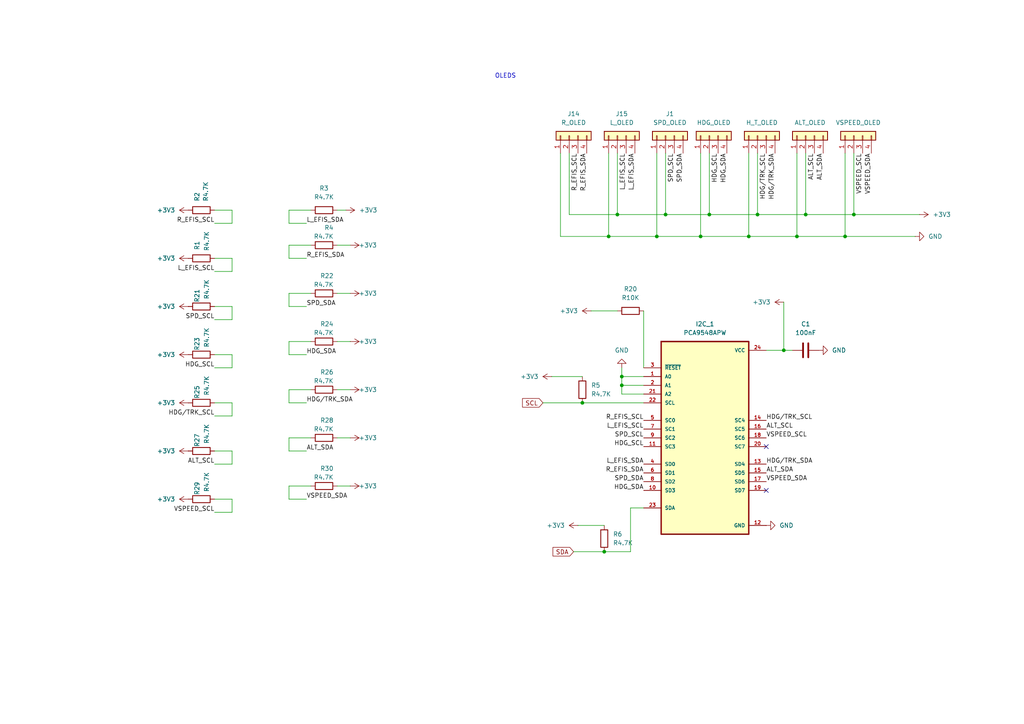
<source format=kicad_sch>
(kicad_sch (version 20231120) (generator "eeschema") (generator_version "8.0")
  (paper "A4")
  (title_block (title "FCU Mainboard schematics") (date "2024-03-05") (rev "1.0"))
  (lib_symbols
    (symbol "Connector_Generic:Conn_01x04" (pin_names (offset 1.016) hide)
      (property "Reference" "J" (at 0 5.08 0))
      (property "Value" "Conn_01x04" (at 0 -7.62 0))
      (symbol "Conn_01x04_1_1"
        (rectangle (start -1.27 -4.953) (end 0 -5.207) (stroke (width 0.1524)))
        (rectangle (start -1.27 -2.413) (end 0 -2.667) (stroke (width 0.1524)))
        (rectangle (start -1.27 0.127) (end 0 -0.127) (stroke (width 0.1524)))
        (rectangle (start -1.27 2.667) (end 0 2.413) (stroke (width 0.1524)))
        (rectangle (start -1.27 3.81) (end 1.27 -6.35) (stroke (width 0.254)) (fill (type background)))
        (pin passive line (at -5.08 2.54 0) (length 3.81) (name "Pin_1") (number "1"))
        (pin passive line (at -5.08 0 0) (length 3.81) (name "Pin_2") (number "2"))
        (pin passive line (at -5.08 -2.54 0) (length 3.81) (name "Pin_3") (number "3"))
        (pin passive line (at -5.08 -5.08 0) (length 3.81) (name "Pin_4") (number "4"))
      )
    )
    (symbol "Device:C" (pin_numbers hide) (pin_names (offset 0.254))
      (property "Reference" "C" (at 0.635 2.54 0))
      (property "Value" "C" (at 0.635 -2.54 0))
      (symbol "C_0_1"
        (polyline (pts (xy -2.032 -0.762) (xy 2.032 -0.762)) (stroke (width 0.508)))
        (polyline (pts (xy -2.032 0.762) (xy 2.032 0.762)) (stroke (width 0.508)))
      )
      (symbol "C_1_1"
        (pin passive line (at 0 3.81 270) (length 2.794) (name "~") (number "1"))
        (pin passive line (at 0 -3.81 90) (length 2.794) (name "~") (number "2"))
      )
    )
    (symbol "Device:R" (pin_numbers hide) (pin_names (offset 0))
      (property "Reference" "R" (at 2.032 0 90))
      (property "Value" "R" (at 0 0 90))
      (symbol "R_0_1"
        (rectangle (start -1.016 -2.54) (end 1.016 2.54) (stroke (width 0.254)))
      )
      (symbol "R_1_1"
        (pin passive line (at 0 3.81 270) (length 1.27) (name "~") (number "1"))
        (pin passive line (at 0 -3.81 90) (length 1.27) (name "~") (number "2"))
      )
    )
    (symbol "SFLibrary:PCA9548APW" (pin_names (offset 1.016))
      (property "Reference" "U" (at -12.7 28.94 0))
      (property "Value" "PCA9548APW" (at -12.7 -31.94 0))
      (symbol "PCA9548APW_0_0"
        (rectangle (start -12.7 -27.94) (end 12.7 27.94) (stroke (width 0.41)) (fill (type background)))
        (pin input line (at -17.78 17.78 0) (length 5.08) (name "A0") (number "1"))
        (pin bidirectional line (at -17.78 -15.24 0) (length 5.08) (name "SD3") (number "10"))
        (pin bidirectional line (at -17.78 -2.54 0) (length 5.08) (name "SC3") (number "11"))
        (pin power_in line (at 17.78 -25.4 180) (length 5.08) (name "GND") (number "12"))
        (pin bidirectional line (at 17.78 -7.62 180) (length 5.08) (name "SD4") (number "13"))
        (pin bidirectional line (at 17.78 5.08 180) (length 5.08) (name "SC4") (number "14"))
        (pin bidirectional line (at 17.78 -10.16 180) (length 5.08) (name "SD5") (number "15"))
        (pin bidirectional line (at 17.78 2.54 180) (length 5.08) (name "SC5") (number "16"))
        (pin bidirectional line (at 17.78 -12.7 180) (length 5.08) (name "SD6") (number "17"))
        (pin bidirectional line (at 17.78 0 180) (length 5.08) (name "SC6") (number "18"))
        (pin bidirectional line (at 17.78 -15.24 180) (length 5.08) (name "SD7") (number "19"))
        (pin input line (at -17.78 15.24 0) (length 5.08) (name "A1") (number "2"))
        (pin bidirectional line (at 17.78 -2.54 180) (length 5.08) (name "SC7") (number "20"))
        (pin input line (at -17.78 12.7 0) (length 5.08) (name "A2") (number "21"))
        (pin input line (at -17.78 10.16 0) (length 5.08) (name "SCL") (number "22"))
        (pin bidirectional line (at -17.78 -20.32 0) (length 5.08) (name "SDA") (number "23"))
        (pin power_in line (at 17.78 25.4 180) (length 5.08) (name "VCC") (number "24"))
        (pin input line (at -17.78 20.32 0) (length 5.08) (name "~{RESET}") (number "3"))
        (pin bidirectional line (at -17.78 -7.62 0) (length 5.08) (name "SD0") (number "4"))
        (pin bidirectional line (at -17.78 5.08 0) (length 5.08) (name "SC0") (number "5"))
        (pin bidirectional line (at -17.78 -10.16 0) (length 5.08) (name "SD1") (number "6"))
        (pin bidirectional line (at -17.78 2.54 0) (length 5.08) (name "SC1") (number "7"))
        (pin bidirectional line (at -17.78 -12.7 0) (length 5.08) (name "SD2") (number "8"))
        (pin bidirectional line (at -17.78 0 0) (length 5.08) (name "SC2") (number "9"))
      )
    )
    (symbol "power:+3V3" (power) (pin_numbers hide) (pin_names (offset 0) hide)
      (property "Value" "+3V3" (at 0 3.556 0))
      (symbol "+3V3_0_1"
        (polyline (pts (xy -0.762 1.27) (xy 0 2.54)))
        (polyline (pts (xy 0 0) (xy 0 2.54)))
        (polyline (pts (xy 0 2.54) (xy 0.762 1.27)))
      )
      (symbol "+3V3_1_1"
        (pin power_in line (at 0 0 90) (length 0) (name "~") (number "1"))
      )
    )
    (symbol "power:GND" (power) (pin_numbers hide) (pin_names (offset 0) hide)
      (property "Value" "GND" (at 0 -3.81 0))
      (symbol "GND_0_1"
        (polyline (pts (xy 0 0) (xy 0 -1.27) (xy 1.27 -1.27) (xy 0 -2.54) (xy -1.27 -1.27) (xy 0 -1.27)))
      )
      (symbol "GND_1_1"
        (pin power_in line (at 0 0 270) (length 0) (name "~") (number "1"))
      )
    )
  )
  (junction (at 179.07 62.23))
  (junction (at 168.91 116.84))
  (junction (at 175.26 160.02))
  (junction (at 247.65 62.23))
  (junction (at 233.68 62.23))
  (junction (at 231.14 68.58))
  (junction (at 180.34 111.76))
  (junction (at 217.17 68.58))
  (junction (at 193.04 62.23))
  (junction (at 203.2 68.58))
  (junction (at 190.5 68.58))
  (junction (at 219.71 62.23))
  (junction (at 227.33 101.6))
  (junction (at 245.11 68.58))
  (junction (at 176.53 68.58))
  (junction (at 205.74 62.23))
  (junction (at 180.34 109.22))
  (no_connect (at 222.25 129.54))
  (no_connect (at 222.25 142.24))
  (wire (pts (xy 62.23 92.71) (xy 67.31 92.71)))
  (wire (pts (xy 180.34 111.76) (xy 180.34 114.3)))
  (wire (pts (xy 162.56 68.58) (xy 176.53 68.58)))
  (wire (pts (xy 168.91 109.22) (xy 160.02 109.22)))
  (wire (pts (xy 182.88 160.02) (xy 182.88 147.32)))
  (wire (pts (xy 247.65 62.23) (xy 266.7 62.23)))
  (wire (pts (xy 97.79 85.09) (xy 101.6 85.09)))
  (wire (pts (xy 62.23 64.77) (xy 67.31 64.77)))
  (wire (pts (xy 179.07 44.45) (xy 179.07 62.23)))
  (wire (pts (xy 67.31 92.71) (xy 67.31 88.9)))
  (wire (pts (xy 62.23 88.9) (xy 67.31 88.9)))
  (wire (pts (xy 217.17 44.45) (xy 217.17 68.58)))
  (wire (pts (xy 62.23 74.93) (xy 67.31 74.93)))
  (wire (pts (xy 83.82 71.12) (xy 83.82 74.93)))
  (wire (pts (xy 83.82 99.06) (xy 83.82 102.87)))
  (wire (pts (xy 186.69 90.17) (xy 186.69 106.68)))
  (wire (pts (xy 157.48 116.84) (xy 168.91 116.84)))
  (wire (pts (xy 205.74 62.23) (xy 219.71 62.23)))
  (wire (pts (xy 166.37 160.02) (xy 175.26 160.02)))
  (wire (pts (xy 90.17 60.96) (xy 83.82 60.96)))
  (wire (pts (xy 186.69 114.3) (xy 180.34 114.3)))
  (wire (pts (xy 83.82 130.81) (xy 88.9 130.81)))
  (wire (pts (xy 62.23 130.81) (xy 67.31 130.81)))
  (wire (pts (xy 90.17 71.12) (xy 83.82 71.12)))
  (wire (pts (xy 62.23 116.84) (xy 67.31 116.84)))
  (wire (pts (xy 97.79 99.06) (xy 101.6 99.06)))
  (wire (pts (xy 83.82 64.77) (xy 88.9 64.77)))
  (wire (pts (xy 190.5 44.45) (xy 190.5 68.58)))
  (wire (pts (xy 180.34 111.76) (xy 186.69 111.76)))
  (wire (pts (xy 231.14 44.45) (xy 231.14 68.58)))
  (wire (pts (xy 217.17 68.58) (xy 231.14 68.58)))
  (wire (pts (xy 83.82 113.03) (xy 83.82 116.84)))
  (wire (pts (xy 83.82 127) (xy 83.82 130.81)))
  (wire (pts (xy 83.82 74.93) (xy 88.9 74.93)))
  (wire (pts (xy 97.79 140.97) (xy 101.6 140.97)))
  (wire (pts (xy 62.23 148.59) (xy 67.31 148.59)))
  (wire (pts (xy 227.33 101.6) (xy 229.87 101.6)))
  (wire (pts (xy 83.82 88.9) (xy 88.9 88.9)))
  (wire (pts (xy 231.14 68.58) (xy 245.11 68.58)))
  (wire (pts (xy 175.26 160.02) (xy 182.88 160.02)))
  (wire (pts (xy 67.31 120.65) (xy 67.31 116.84)))
  (wire (pts (xy 90.17 140.97) (xy 83.82 140.97)))
  (wire (pts (xy 190.5 68.58) (xy 203.2 68.58)))
  (wire (pts (xy 176.53 44.45) (xy 176.53 68.58)))
  (wire (pts (xy 97.79 113.03) (xy 101.6 113.03)))
  (wire (pts (xy 180.34 109.22) (xy 180.34 111.76)))
  (wire (pts (xy 171.45 90.17) (xy 179.07 90.17)))
  (wire (pts (xy 203.2 44.45) (xy 203.2 68.58)))
  (wire (pts (xy 176.53 68.58) (xy 190.5 68.58)))
  (wire (pts (xy 83.82 102.87) (xy 88.9 102.87)))
  (wire (pts (xy 233.68 44.45) (xy 233.68 62.23)))
  (wire (pts (xy 62.23 144.78) (xy 67.31 144.78)))
  (wire (pts (xy 205.74 44.45) (xy 205.74 62.23)))
  (wire (pts (xy 67.31 148.59) (xy 67.31 144.78)))
  (wire (pts (xy 193.04 62.23) (xy 205.74 62.23)))
  (wire (pts (xy 203.2 68.58) (xy 217.17 68.58)))
  (wire (pts (xy 162.56 68.58) (xy 162.56 44.45)))
  (wire (pts (xy 179.07 62.23) (xy 193.04 62.23)))
  (wire (pts (xy 247.65 44.45) (xy 247.65 62.23)))
  (wire (pts (xy 90.17 99.06) (xy 83.82 99.06)))
  (wire (pts (xy 219.71 44.45) (xy 219.71 62.23)))
  (wire (pts (xy 90.17 127) (xy 83.82 127)))
  (wire (pts (xy 67.31 106.68) (xy 67.31 102.87)))
  (wire (pts (xy 90.17 85.09) (xy 83.82 85.09)))
  (wire (pts (xy 182.88 147.32) (xy 186.69 147.32)))
  (wire (pts (xy 167.64 152.4) (xy 175.26 152.4)))
  (wire (pts (xy 168.91 116.84) (xy 186.69 116.84)))
  (wire (pts (xy 97.79 71.12) (xy 101.6 71.12)))
  (wire (pts (xy 83.82 140.97) (xy 83.82 144.78)))
  (wire (pts (xy 83.82 85.09) (xy 83.82 88.9)))
  (wire (pts (xy 245.11 68.58) (xy 265.43 68.58)))
  (wire (pts (xy 62.23 134.62) (xy 67.31 134.62)))
  (wire (pts (xy 227.33 87.63) (xy 227.33 101.6)))
  (wire (pts (xy 67.31 134.62) (xy 67.31 130.81)))
  (wire (pts (xy 180.34 109.22) (xy 186.69 109.22)))
  (wire (pts (xy 83.82 144.78) (xy 88.9 144.78)))
  (wire (pts (xy 233.68 62.23) (xy 247.65 62.23)))
  (wire (pts (xy 62.23 78.74) (xy 67.31 78.74)))
  (wire (pts (xy 180.34 106.68) (xy 180.34 109.22)))
  (wire (pts (xy 165.1 44.45) (xy 165.1 62.23)))
  (wire (pts (xy 62.23 102.87) (xy 67.31 102.87)))
  (wire (pts (xy 83.82 60.96) (xy 83.82 64.77)))
  (wire (pts (xy 83.82 116.84) (xy 88.9 116.84)))
  (wire (pts (xy 227.33 101.6) (xy 222.25 101.6)))
  (wire (pts (xy 62.23 106.68) (xy 67.31 106.68)))
  (wire (pts (xy 165.1 62.23) (xy 179.07 62.23)))
  (wire (pts (xy 100.33 60.96) (xy 97.79 60.96)))
  (wire (pts (xy 97.79 127) (xy 101.6 127)))
  (wire (pts (xy 67.31 60.96) (xy 62.23 60.96)))
  (wire (pts (xy 245.11 44.45) (xy 245.11 68.58)))
  (wire (pts (xy 90.17 113.03) (xy 83.82 113.03)))
  (wire (pts (xy 193.04 44.45) (xy 193.04 62.23)))
  (wire (pts (xy 219.71 62.23) (xy 233.68 62.23)))
  (wire (pts (xy 67.31 60.96) (xy 67.31 64.77)))
  (wire (pts (xy 67.31 78.74) (xy 67.31 74.93)))
  (wire (pts (xy 62.23 120.65) (xy 67.31 120.65)))
  (text "OLEDS" (at 143.51 22.86 0) (effects (font (size 1.27 1.27)) (justify left bottom)))
  (label "VSPEED_SCL" (at 250.19 44.45 270))
  (label "HDG{slash}TRK_SCL" (at 62.23 120.65 180))
  (label "L_EFIS_SDA" (at 186.69 134.62 180))
  (label "L_EFIS_SCL" (at 62.23 78.74 180))
  (label "HDG_SCL" (at 208.28 44.45 270))
  (label "HDG_SDA" (at 186.69 142.24 180))
  (label "ALT_SDA" (at 238.76 44.45 270))
  (label "HDG_SDA" (at 210.82 44.45 270))
  (label "L_EFIS_SDA" (at 88.9 64.77 0))
  (label "L_EFIS_SCL" (at 181.61 44.45 270))
  (label "R_EFIS_SDA" (at 170.18 44.45 270))
  (label "HDG{slash}TRK_SDA" (at 224.79 44.45 270))
  (label "HDG{slash}TRK_SDA" (at 222.25 134.62 0))
  (label "ALT_SCL" (at 222.25 124.46 0))
  (label "ALT_SCL" (at 62.23 134.62 180))
  (label "R_EFIS_SCL" (at 62.23 64.77 180))
  (label "L_EFIS_SCL" (at 186.69 124.46 180))
  (label "R_EFIS_SDA" (at 88.9 74.93 0))
  (label "HDG{slash}TRK_SDA" (at 88.9 116.84 0))
  (label "VSPEED_SDA" (at 252.73 44.45 270))
  (label "ALT_SDA" (at 222.25 137.16 0))
  (label "R_EFIS_SDA" (at 186.69 137.16 180))
  (label "ALT_SDA" (at 88.9 130.81 0))
  (label "ALT_SCL" (at 236.22 44.45 270))
  (label "SPD_SDA" (at 88.9 88.9 0))
  (label "SPD_SCL" (at 62.23 92.71 180))
  (label "HDG_SCL" (at 186.69 129.54 180))
  (label "R_EFIS_SCL" (at 186.69 121.92 180))
  (label "SPD_SDA" (at 198.12 44.45 270))
  (label "VSPEED_SCL" (at 62.23 148.59 180))
  (label "SPD_SDA" (at 186.69 139.7 180))
  (label "HDG_SDA" (at 88.9 102.87 0))
  (label "VSPEED_SDA" (at 222.25 139.7 0))
  (label "VSPEED_SCL" (at 222.25 127 0))
  (label "L_EFIS_SDA" (at 184.15 44.45 270))
  (label "VSPEED_SDA" (at 88.9 144.78 0))
  (label "HDG{slash}TRK_SCL" (at 222.25 44.45 270))
  (label "R_EFIS_SCL" (at 167.64 44.45 270))
  (label "HDG{slash}TRK_SCL" (at 222.25 121.92 0))
  (label "SPD_SCL" (at 195.58 44.45 270))
  (label "SPD_SCL" (at 186.69 127 180))
  (label "HDG_SCL" (at 62.23 106.68 180))
  (global_label "SDA" (shape input) (at 166.37 160.02 180) (property "Intersheetrefs" "${INTERSHEET_REFS}" (effects (hide yes))))
  (global_label "SCL" (shape input) (at 157.48 116.84 180) (property "Intersheetrefs" "${INTERSHEET_REFS}" (effects (hide yes))))
  (symbol (lib_id "Device:R") (at 182.88 90.17 90) (unit 1)
    (property "Reference" "R20" (at 182.88 83.82 90))
    (property "Value" "R10K" (at 182.88 86.36 90))
    (property "Footprint" "Resistor_SMD:R_0402_1005Metric" (effects (hide yes)))
    (property "Description" "Resistor" (effects (hide yes)))
  )
  (symbol (lib_id "power:+3V3") (at 266.7 62.23 270) (unit 1)
    (property "Reference" "#PWR051" (effects (hide yes)))
    (property "Value" "+3V3" (at 270.51 62.2299 90) (effects (justify left)))
    (property "Description" "Power symbol creates a global label with name \"+3V3\"" (effects (hide yes)))
  )
  (symbol (lib_id "Device:R") (at 93.98 113.03 270) (unit 1)
    (property "Reference" "R26" (at 96.774 107.95 90) (effects (justify right)))
    (property "Value" "R4.7K" (at 96.774 110.49 90) (effects (justify right)))
    (property "Footprint" "Resistor_SMD:R_0402_1005Metric" (effects (hide yes)))
    (property "Description" "Resistor" (effects (hide yes)))
  )
  (symbol (lib_id "Device:R") (at 58.42 144.78 90) (unit 1)
    (property "Reference" "R29" (at 57.15 139.7 0) (effects (justify right)))
    (property "Value" "R4.7K" (at 59.944 136.906 0) (effects (justify right)))
    (property "Footprint" "Resistor_SMD:R_0402_1005Metric" (effects (hide yes)))
    (property "Description" "Resistor" (effects (hide yes)))
  )
  (symbol (lib_id "power:+3V3") (at 54.61 116.84 90) (unit 1)
    (property "Reference" "#PWR040" (effects (hide yes)))
    (property "Value" "+3V3" (at 50.8 116.8399 90) (effects (justify left)))
    (property "Description" "Power symbol creates a global label with name \"+3V3\"" (effects (hide yes)))
  )
  (symbol (lib_id "Connector_Generic:Conn_01x04") (at 233.68 39.37 90) (unit 1)
    (property "Reference" "J4" (effects (hide yes)))
    (property "Value" "ALT_OLED" (at 234.95 35.56 90))
    (property "Footprint" "Connector_PinHeader_2.54mm:PinHeader_1x04_P2.54mm_Vertical" (effects (hide yes)))
    (instances (project "FCU_Mainboard_v2" (path "" (reference "J4") (unit 1)) (path "" (reference "J14") (unit 1))))
  )
  (symbol (lib_id "Device:R") (at 93.98 85.09 270) (unit 1)
    (property "Reference" "R22" (at 96.774 80.01 90) (effects (justify right)))
    (property "Value" "R4.7K" (at 96.774 82.55 90) (effects (justify right)))
    (property "Footprint" "Resistor_SMD:R_0402_1005Metric" (effects (hide yes)))
    (property "Description" "Resistor" (effects (hide yes)))
  )
  (symbol (lib_id "Device:R") (at 93.98 71.12 270) (unit 1)
    (property "Reference" "R4" (at 96.774 66.04 90) (effects (justify right)))
    (property "Value" "R4.7K" (at 96.774 68.58 90) (effects (justify right)))
    (property "Footprint" "Resistor_SMD:R_0402_1005Metric" (effects (hide yes)))
    (property "Description" "Resistor" (effects (hide yes)))
  )
  (symbol (lib_id "power:+3V3") (at 227.33 87.63 90) (unit 1)
    (property "Reference" "#PWR036" (effects (hide yes)))
    (property "Value" "+3V3" (at 223.52 87.6299 90) (effects (justify left)))
    (property "Description" "Power symbol creates a global label with name \"+3V3\"" (effects (hide yes)))
  )
  (symbol (lib_id "Connector_Generic:Conn_01x04") (at 205.74 39.37 90) (unit 1)
    (property "Reference" "J2" (effects (hide yes)))
    (property "Value" "HDG_OLED" (at 207.01 35.56 90))
    (property "Footprint" "Connector_PinHeader_2.54mm:PinHeader_1x04_P2.54mm_Vertical" (effects (hide yes)))
    (instances (project "FCU_Mainboard_v2" (path "" (reference "J2") (unit 1)) (path "" (reference "J4") (unit 1))))
  )
  (symbol (lib_id "Device:R") (at 58.42 102.87 90) (unit 1)
    (property "Reference" "R23" (at 57.15 97.79 0) (effects (justify right)))
    (property "Value" "R4.7K" (at 59.944 94.996 0) (effects (justify right)))
    (property "Footprint" "Resistor_SMD:R_0402_1005Metric" (effects (hide yes)))
    (property "Description" "Resistor" (effects (hide yes)))
  )
  (symbol (lib_id "Device:R") (at 93.98 99.06 270) (unit 1)
    (property "Reference" "R24" (at 96.774 93.98 90) (effects (justify right)))
    (property "Value" "R4.7K" (at 96.774 96.52 90) (effects (justify right)))
    (property "Footprint" "Resistor_SMD:R_0402_1005Metric" (effects (hide yes)))
    (property "Description" "Resistor" (effects (hide yes)))
  )
  (symbol (lib_id "power:+3V3") (at 101.6 85.09 270) (unit 1)
    (property "Reference" "#PWR039" (effects (hide yes)))
    (property "Value" "+3V3" (at 106.68 85.09 90))
    (property "Description" "Power symbol creates a global label with name \"+3V3\"" (effects (hide yes)))
  )
  (symbol (lib_id "Device:R") (at 168.91 113.03 180) (unit 1)
    (property "Reference" "R5" (at 171.45 111.7599 0) (effects (justify right)))
    (property "Value" "R4.7K" (at 171.45 114.2999 0) (effects (justify right)))
    (property "Footprint" "Resistor_SMD:R_0402_1005Metric" (effects (hide yes)))
    (property "Description" "Resistor" (effects (hide yes)))
  )
  (symbol (lib_id "power:+3V3") (at 101.6 113.03 270) (unit 1)
    (property "Reference" "#PWR043" (effects (hide yes)))
    (property "Value" "+3V3" (at 106.68 113.03 90))
    (property "Description" "Power symbol creates a global label with name \"+3V3\"" (effects (hide yes)))
  )
  (symbol (lib_id "power:+3V3") (at 101.6 99.06 270) (unit 1)
    (property "Reference" "#PWR041" (effects (hide yes)))
    (property "Value" "+3V3" (at 106.68 99.06 90))
    (property "Description" "Power symbol creates a global label with name \"+3V3\"" (effects (hide yes)))
  )
  (symbol (lib_id "Device:C") (at 233.68 101.6 90) (unit 1)
    (property "Reference" "C1" (at 233.68 93.98 90))
    (property "Value" "100nF" (at 233.68 96.52 90))
    (property "Footprint" "Custom_Footprints:Perfect_0402" (effects (hide yes)))
    (property "Description" "Unpolarized capacitor" (effects (hide yes)))
  )
  (symbol (lib_id "power:GND") (at 222.25 152.4 90) (unit 1)
    (property "Reference" "#PWR035" (effects (hide yes)))
    (property "Value" "GND" (at 226.06 152.3999 90) (effects (justify right)))
    (property "Description" "Power symbol creates a global label with name \"GND\" , ground" (effects (hide yes)))
  )
  (symbol (lib_id "power:+3V3") (at 100.33 60.96 270) (unit 1)
    (property "Reference" "#PWR024" (effects (hide yes)))
    (property "Value" "+3V3" (at 104.14 60.9599 90) (effects (justify left)))
    (property "Description" "Power symbol creates a global label with name \"+3V3\"" (effects (hide yes)))
  )
  (symbol (lib_id "SFLibrary:PCA9548APW") (at 204.47 127 0) (unit 1)
    (property "Reference" "I2C_1" (at 204.47 93.98 0))
    (property "Value" "PCA9548APW" (at 204.47 96.52 0))
    (property "Footprint" "SFLibrary:SOP65P640X120-24N" (effects (hide yes)))
    (property "MF" "Texas Instruments" (effects (hide yes)))
    (property "Description_1" "\n8-Channel I2C Switch With Reset 24-TSSOP -40 to 85\n" (effects (hide yes)))
    (property "Package" "TSSOP-24 Texas Instruments" (effects (hide yes)))
    (property "Price" "None" (effects (hide yes)))
    (property "SnapEDA_Link" "https://www.snapeda.com/parts/PCA9548APW/Texas+Instruments/view-part/?ref=snap" (effects (hide yes)))
    (property "MP" "PCA9548APW" (effects (hide yes)))
    (property "Availability" "In Stock" (effects (hide yes)))
    (property "Check_prices" "https://www.snapeda.com/parts/PCA9548APW/Texas+Instruments/view-part/?ref=eda" (effects (hide yes)))
  )
  (symbol (lib_id "power:GND") (at 237.49 101.6 90) (unit 1)
    (property "Reference" "#PWR037" (effects (hide yes)))
    (property "Value" "GND" (at 241.3 101.5999 90) (effects (justify right)))
    (property "Description" "Power symbol creates a global label with name \"GND\" , ground" (effects (hide yes)))
  )
  (symbol (lib_id "power:+3V3") (at 54.61 60.96 90) (unit 1)
    (property "Reference" "#PWR04" (effects (hide yes)))
    (property "Value" "+3V3" (at 50.8 60.9599 90) (effects (justify left)))
    (property "Description" "Power symbol creates a global label with name \"+3V3\"" (effects (hide yes)))
  )
  (symbol (lib_id "Connector_Generic:Conn_01x04") (at 179.07 39.37 90) (unit 1)
    (property "Reference" "J15" (at 180.34 33.02 90))
    (property "Value" "L_OLED" (at 180.34 35.56 90))
    (property "Footprint" "Connector_PinHeader_2.54mm:PinHeader_1x04_P2.54mm_Vertical" (effects (hide yes)))
    (instances (project "FCU_Mainboard_v2" (path "" (reference "J15") (unit 1)) (path "" (reference "J2") (unit 1))))
  )
  (symbol (lib_id "power:+3V3") (at 160.02 109.22 90) (unit 1)
    (property "Reference" "#PWR025" (effects (hide yes)))
    (property "Value" "+3V3" (at 156.21 109.2199 90) (effects (justify left)))
    (property "Description" "Power symbol creates a global label with name \"+3V3\"" (effects (hide yes)))
  )
  (symbol (lib_id "power:+3V3") (at 101.6 127 270) (unit 1)
    (property "Reference" "#PWR045" (effects (hide yes)))
    (property "Value" "+3V3" (at 106.68 127 90))
    (property "Description" "Power symbol creates a global label with name \"+3V3\"" (effects (hide yes)))
  )
  (symbol (lib_id "power:+3V3") (at 54.61 130.81 90) (unit 1)
    (property "Reference" "#PWR042" (effects (hide yes)))
    (property "Value" "+3V3" (at 50.8 130.8099 90) (effects (justify left)))
    (property "Description" "Power symbol creates a global label with name \"+3V3\"" (effects (hide yes)))
  )
  (symbol (lib_id "Connector_Generic:Conn_01x04") (at 247.65 39.37 90) (unit 1)
    (property "Reference" "J5" (effects (hide yes)))
    (property "Value" "VSPEED_OLED" (at 248.92 35.56 90))
    (property "Footprint" "Connector_PinHeader_2.54mm:PinHeader_1x04_P2.54mm_Vertical" (effects (hide yes)))
    (instances (project "FCU_Mainboard_v2" (path "" (reference "J5") (unit 1)) (path "" (reference "J15") (unit 1))))
  )
  (symbol (lib_id "power:GND") (at 180.34 106.68 180) (unit 1)
    (property "Reference" "#PWR034" (effects (hide yes)))
    (property "Value" "GND" (at 180.34 101.6 0))
    (property "Description" "Power symbol creates a global label with name \"GND\" , ground" (effects (hide yes)))
  )
  (symbol (lib_id "power:+3V3") (at 54.61 88.9 90) (unit 1)
    (property "Reference" "#PWR011" (effects (hide yes)))
    (property "Value" "+3V3" (at 50.8 88.8999 90) (effects (justify left)))
    (property "Description" "Power symbol creates a global label with name \"+3V3\"" (effects (hide yes)))
  )
  (symbol (lib_id "Connector_Generic:Conn_01x04") (at 193.04 39.37 90) (unit 1)
    (property "Reference" "J1" (at 194.31 33.02 90))
    (property "Value" "SPD_OLED" (at 194.31 35.56 90))
    (property "Footprint" "Connector_PinHeader_2.54mm:PinHeader_1x04_P2.54mm_Vertical" (effects (hide yes)))
    (instances (project "FCU_Mainboard_v2" (path "" (reference "J1") (unit 1)) (path "" (reference "J3") (unit 1))))
  )
  (symbol (lib_id "Connector_Generic:Conn_01x04") (at 219.71 39.37 90) (unit 1)
    (property "Reference" "J3" (effects (hide yes)))
    (property "Value" "H_T_OLED" (at 220.98 35.56 90))
    (property "Footprint" "Connector_PinHeader_2.54mm:PinHeader_1x04_P2.54mm_Vertical" (effects (hide yes)))
    (instances (project "FCU_Mainboard_v2" (path "" (reference "J3") (unit 1)) (path "" (reference "J5") (unit 1))))
  )
  (symbol (lib_id "Device:R") (at 93.98 140.97 270) (unit 1)
    (property "Reference" "R30" (at 96.774 135.89 90) (effects (justify right)))
    (property "Value" "R4.7K" (at 96.774 138.43 90) (effects (justify right)))
    (property "Footprint" "Resistor_SMD:R_0402_1005Metric" (effects (hide yes)))
    (property "Description" "Resistor" (effects (hide yes)))
  )
  (symbol (lib_id "Device:R") (at 58.42 130.81 90) (unit 1)
    (property "Reference" "R27" (at 57.15 125.73 0) (effects (justify right)))
    (property "Value" "R4.7K" (at 59.944 122.936 0) (effects (justify right)))
    (property "Footprint" "Resistor_SMD:R_0402_1005Metric" (effects (hide yes)))
    (property "Description" "Resistor" (effects (hide yes)))
  )
  (symbol (lib_id "Device:R") (at 58.42 116.84 90) (unit 1)
    (property "Reference" "R25" (at 57.15 111.76 0) (effects (justify right)))
    (property "Value" "R4.7K" (at 59.944 108.966 0) (effects (justify right)))
    (property "Footprint" "Resistor_SMD:R_0402_1005Metric" (effects (hide yes)))
    (property "Description" "Resistor" (effects (hide yes)))
  )
  (symbol (lib_id "Device:R") (at 93.98 127 270) (unit 1)
    (property "Reference" "R28" (at 96.774 121.92 90) (effects (justify right)))
    (property "Value" "R4.7K" (at 96.774 124.46 90) (effects (justify right)))
    (property "Footprint" "Resistor_SMD:R_0402_1005Metric" (effects (hide yes)))
    (property "Description" "Resistor" (effects (hide yes)))
  )
  (symbol (lib_id "power:+3V3") (at 54.61 74.93 90) (unit 1)
    (property "Reference" "#PWR07" (effects (hide yes)))
    (property "Value" "+3V3" (at 50.8 74.9299 90) (effects (justify left)))
    (property "Description" "Power symbol creates a global label with name \"+3V3\"" (effects (hide yes)))
  )
  (symbol (lib_id "power:+3V3") (at 101.6 71.12 270) (unit 1)
    (property "Reference" "#PWR026" (effects (hide yes)))
    (property "Value" "+3V3" (at 106.68 71.12 90))
    (property "Description" "Power symbol creates a global label with name \"+3V3\"" (effects (hide yes)))
  )
  (symbol (lib_id "power:+3V3") (at 54.61 144.78 90) (unit 1)
    (property "Reference" "#PWR044" (effects (hide yes)))
    (property "Value" "+3V3" (at 50.8 144.7799 90) (effects (justify left)))
    (property "Description" "Power symbol creates a global label with name \"+3V3\"" (effects (hide yes)))
  )
  (symbol (lib_id "power:+3V3") (at 171.45 90.17 90) (unit 1)
    (property "Reference" "#PWR028" (effects (hide yes)))
    (property "Value" "+3V3" (at 167.64 90.1699 90) (effects (justify left)))
    (property "Description" "Power symbol creates a global label with name \"+3V3\"" (effects (hide yes)))
  )
  (symbol (lib_id "power:+3V3") (at 167.64 152.4 90) (unit 1)
    (property "Reference" "#PWR027" (effects (hide yes)))
    (property "Value" "+3V3" (at 163.83 152.3999 90) (effects (justify left)))
    (property "Description" "Power symbol creates a global label with name \"+3V3\"" (effects (hide yes)))
  )
  (symbol (lib_id "power:+3V3") (at 54.61 102.87 90) (unit 1)
    (property "Reference" "#PWR038" (effects (hide yes)))
    (property "Value" "+3V3" (at 50.8 102.8699 90) (effects (justify left)))
    (property "Description" "Power symbol creates a global label with name \"+3V3\"" (effects (hide yes)))
  )
  (symbol (lib_id "Device:R") (at 58.42 88.9 90) (unit 1)
    (property "Reference" "R21" (at 57.15 83.82 0) (effects (justify right)))
    (property "Value" "R4.7K" (at 59.944 81.026 0) (effects (justify right)))
    (property "Footprint" "Resistor_SMD:R_0402_1005Metric" (effects (hide yes)))
    (property "Description" "Resistor" (effects (hide yes)))
  )
  (symbol (lib_id "power:GND") (at 265.43 68.58 90) (unit 1)
    (property "Reference" "#PWR03" (effects (hide yes)))
    (property "Value" "GND" (at 269.24 68.58 90) (effects (justify right)))
    (property "Description" "Power symbol creates a global label with name \"GND\" , ground" (effects (hide yes)))
  )
  (symbol (lib_id "Device:R") (at 58.42 60.96 270) (unit 1)
    (property "Reference" "R2" (at 57.1499 58.42 0) (effects (justify right)))
    (property "Value" "R4.7K" (at 59.6899 58.42 0) (effects (justify right)))
    (property "Footprint" "Resistor_SMD:R_0402_1005Metric" (effects (hide yes)))
    (property "Description" "Resistor" (effects (hide yes)))
  )
  (symbol (lib_id "Device:R") (at 93.98 60.96 270) (unit 1)
    (property "Reference" "R3" (at 93.98 54.61 90))
    (property "Value" "R4.7K" (at 93.98 57.15 90))
    (property "Footprint" "Resistor_SMD:R_0402_1005Metric" (effects (hide yes)))
    (property "Description" "Resistor" (effects (hide yes)))
  )
  (symbol (lib_id "power:+3V3") (at 101.6 140.97 270) (unit 1)
    (property "Reference" "#PWR046" (effects (hide yes)))
    (property "Value" "+3V3" (at 106.68 140.97 90))
    (property "Description" "Power symbol creates a global label with name \"+3V3\"" (effects (hide yes)))
  )
  (symbol (lib_id "Device:R") (at 58.42 74.93 90) (unit 1)
    (property "Reference" "R1" (at 57.15 69.85 0) (effects (justify right)))
    (property "Value" "R4.7K" (at 59.944 67.056 0) (effects (justify right)))
    (property "Footprint" "Resistor_SMD:R_0402_1005Metric" (effects (hide yes)))
    (property "Description" "Resistor" (effects (hide yes)))
  )
  (symbol (lib_id "Device:R") (at 175.26 156.21 0) (unit 1)
    (property "Reference" "R6" (at 177.8 154.9399 0) (effects (justify left)))
    (property "Value" "R4.7K" (at 177.8 157.4799 0) (effects (justify left)))
    (property "Footprint" "Resistor_SMD:R_0402_1005Metric" (effects (hide yes)))
    (property "Description" "Resistor" (effects (hide yes)))
  )
  (symbol (lib_id "Connector_Generic:Conn_01x04") (at 165.1 39.37 90) (unit 1)
    (property "Reference" "J14" (at 166.37 33.02 90))
    (property "Value" "R_OLED" (at 166.37 35.56 90))
    (property "Footprint" "Connector_PinHeader_2.54mm:PinHeader_1x04_P2.54mm_Vertical" (effects (hide yes)))
    (instances (project "FCU_Mainboard_v2" (path "" (reference "J14") (unit 1)) (path "" (reference "J1") (unit 1))))
  )
)
</source>
